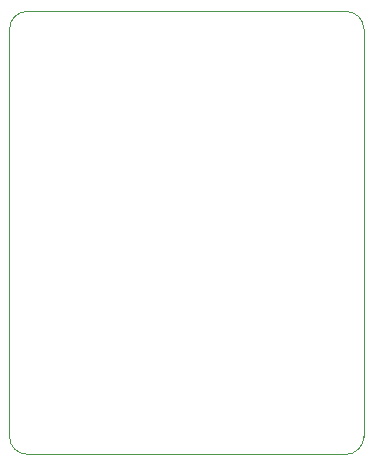
<source format=gm1>
G04 #@! TF.GenerationSoftware,KiCad,Pcbnew,(6.0.2-0)*
G04 #@! TF.CreationDate,2022-09-17T18:07:10+02:00*
G04 #@! TF.ProjectId,ER-TFT1_69-1 Adapter,45522d54-4654-4315-9f36-392d31204164,rev?*
G04 #@! TF.SameCoordinates,Original*
G04 #@! TF.FileFunction,Profile,NP*
%FSLAX46Y46*%
G04 Gerber Fmt 4.6, Leading zero omitted, Abs format (unit mm)*
G04 Created by KiCad (PCBNEW (6.0.2-0)) date 2022-09-17 18:07:10*
%MOMM*%
%LPD*%
G01*
G04 APERTURE LIST*
G04 #@! TA.AperFunction,Profile*
%ADD10C,0.100000*%
G04 #@! TD*
G04 APERTURE END LIST*
D10*
X110000000Y-116000000D02*
G75*
G03*
X111500000Y-117500000I1500001J1D01*
G01*
X110000000Y-81500000D02*
X110000000Y-116000000D01*
X138500000Y-117500000D02*
G75*
G03*
X140000000Y-116000000I-1J1500001D01*
G01*
X138500000Y-80000000D02*
X111500000Y-80000000D01*
X111500000Y-80000000D02*
G75*
G03*
X110000000Y-81500000I1J-1500001D01*
G01*
X140000000Y-116000000D02*
X140000000Y-81500000D01*
X140000000Y-81500000D02*
G75*
G03*
X138500000Y-80000000I-1500001J-1D01*
G01*
X111500000Y-117500000D02*
X138500000Y-117500000D01*
M02*

</source>
